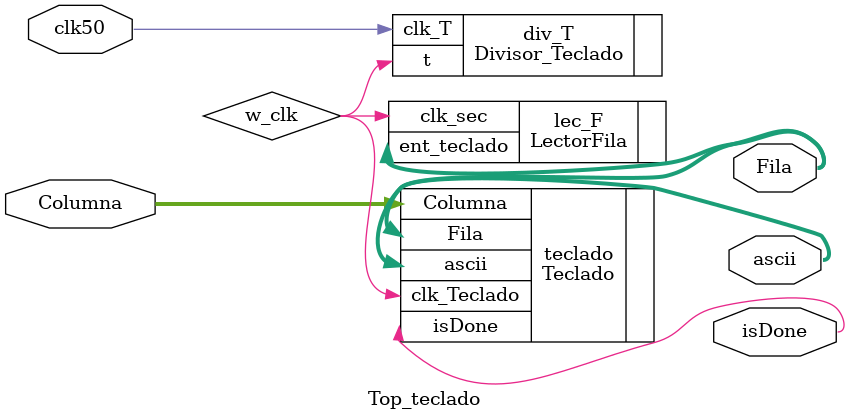
<source format=v>
`timescale 1ns / 1ps
module Top_teclado(clk50,ascii,Columna,isDone,Fila);
	input clk50; 
	input [3:0]Columna;
	output [6:0]ascii; 
	output  isDone;
	output [3:0] Fila;
	
	wire w_clk;

	LectorFila lec_F(.clk_sec(w_clk), .ent_teclado(Fila));
	Teclado teclado(.clk_Teclado(w_clk), .Fila(Fila), .ascii(ascii), .Columna(Columna), .isDone(isDone));
	Divisor_Teclado div_T(.clk_T(clk50), .t(w_clk));
endmodule
</source>
